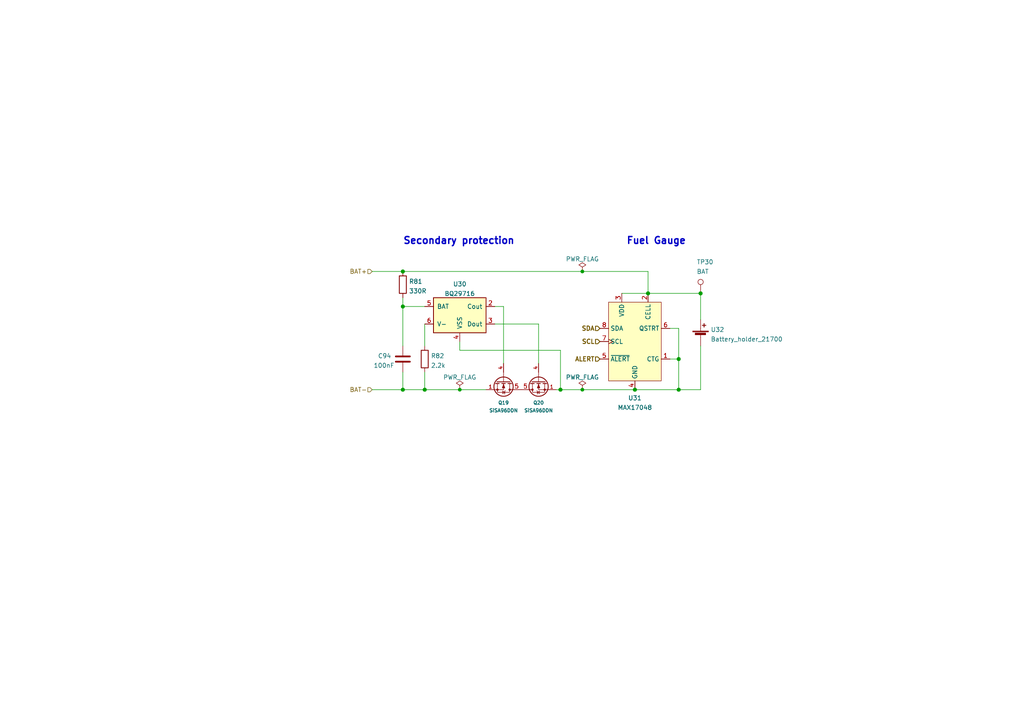
<source format=kicad_sch>
(kicad_sch (version 20210621) (generator eeschema)
  (paper "A4")
  (title_block (title "BUTCube - EPS") (date "2021-06-01") (rev "v1.0") (company "VUT - FIT(STRaDe) & FME(IAE & IPE)") (comment 1 "Author: Petr Malaník"))
  (lib_symbols
    (symbol "Battery_Management:BQ297xy" (pin_names (offset 1.016))
      (property "Reference" "U" (at -6.35 6.35 0))
      (property "Value" "BQ297xy" (at 5.08 -6.35 0))
      (symbol "BQ297xy_0_1"
        (rectangle (start -7.62 5.08) (end 7.62 -5.08) (stroke (width 0.254)) (fill (type background)))
      )
      (symbol "BQ297xy_1_1"
        (pin no_connect line (at 7.62 0 180) (length 2.54) hide (name "NC") (number "1"))
        (pin output line (at 10.16 2.54 180) (length 2.54) (name "Cout") (number "2"))
        (pin output line (at 10.16 -2.54 180) (length 2.54) (name "Dout") (number "3"))
        (pin power_in line (at 0 -7.62 90) (length 2.54) (name "VSS") (number "4"))
        (pin input line (at -10.16 2.54 0) (length 2.54) (name "BAT") (number "5"))
        (pin input line (at -10.16 -2.54 0) (length 2.54) (name "V-") (number "6"))
      )
    )
    (symbol "Connector:TestPoint" (pin_numbers hide) (pin_names (offset 0.762) hide)
      (property "Reference" "TP" (at 0 6.858 0))
      (property "Value" "TestPoint" (at 0 5.08 0))
      (symbol "TestPoint_0_1"
        (circle (center 0 3.302) (radius 0.762))
      )
      (symbol "TestPoint_1_1"
        (pin passive line (at 0 0 90) (length 2.54) (name "1") (number "1"))
      )
    )
    (symbol "Device:Battery_Cell" (pin_numbers hide) (pin_names (offset 0) hide)
      (property "Reference" "BT" (at 2.54 2.54 0))
      (property "Value" "Battery_Cell" (at 2.54 0 0))
      (symbol "Battery_Cell_0_1"
        (rectangle (start -2.286 1.778) (end 2.286 1.524) (fill (type outline)))
        (rectangle (start -1.5748 1.1938) (end 1.4732 0.6858) (fill (type outline)))
        (polyline (pts (xy 0 0.762) (xy 0 0)))
        (polyline (pts (xy 0 1.778) (xy 0 2.54)))
        (polyline (pts (xy 0.508 3.429) (xy 1.524 3.429)) (stroke (width 0.254)))
        (polyline (pts (xy 1.016 3.937) (xy 1.016 2.921)) (stroke (width 0.254)))
      )
      (symbol "Battery_Cell_1_1"
        (pin passive line (at 0 5.08 270) (length 2.54) (name "+") (number "1"))
        (pin passive line (at 0 -2.54 90) (length 2.54) (name "-") (number "2"))
      )
    )
    (symbol "Device:C" (pin_numbers hide) (pin_names (offset 0.254))
      (property "Reference" "C" (at 0.635 2.54 0))
      (property "Value" "C" (at 0.635 -2.54 0))
      (symbol "C_0_1"
        (polyline (pts (xy -2.032 -0.762) (xy 2.032 -0.762)) (stroke (width 0.508)))
        (polyline (pts (xy -2.032 0.762) (xy 2.032 0.762)) (stroke (width 0.508)))
      )
      (symbol "C_1_1"
        (pin passive line (at 0 3.81 270) (length 2.794) (name "~") (number "1"))
        (pin passive line (at 0 -3.81 90) (length 2.794) (name "~") (number "2"))
      )
    )
    (symbol "Device:R" (pin_numbers hide) (pin_names (offset 0))
      (property "Reference" "R" (at 2.032 0 90))
      (property "Value" "R" (at 0 0 90))
      (symbol "R_0_1"
        (rectangle (start -1.016 -2.54) (end 1.016 2.54) (stroke (width 0.254)))
      )
      (symbol "R_1_1"
        (pin passive line (at 0 3.81 270) (length 1.27) (name "~") (number "1"))
        (pin passive line (at 0 -3.81 90) (length 1.27) (name "~") (number "2"))
      )
    )
    (symbol "TCY_battery_management:MAX17048"
      (property "Reference" "U" (at 0 -16.51 0))
      (property "Value" "MAX17048" (at 0 -19.05 0))
      (symbol "MAX17048_0_1"
        (rectangle (start -7.62 11.43) (end 7.62 -11.43) (stroke (width 0.1524)) (fill (type background)))
      )
      (symbol "MAX17048_1_1"
        (pin passive line (at 10.16 -5.08 180) (length 2.54) (name "CTG") (number "1"))
        (pin input line (at 3.81 13.97 270) (length 2.54) (name "CELL") (number "2"))
        (pin input line (at -3.81 13.97 270) (length 2.54) (name "VDD") (number "3"))
        (pin passive line (at 0 -13.97 90) (length 2.54) (name "GND") (number "4"))
        (pin open_collector line (at -10.16 -5.08 0) (length 2.54) (name "~{ALERT}") (number "5"))
        (pin input line (at 10.16 3.81 180) (length 2.54) (name "QSTRT") (number "6"))
        (pin input clock (at -10.16 0 0) (length 2.54) (name "SCL") (number "7"))
        (pin bidirectional line (at -10.16 3.81 0) (length 2.54) (name "SDA") (number "8"))
        (pin passive line (at 0 -13.97 90) (length 2.54) hide (name "EP") (number "9"))
      )
    )
    (symbol "TCY_transistors:SiSA96DDN" (pin_names hide)
      (property "Reference" "Q" (at 7.62 1.27 0))
      (property "Value" "SiSA96DDN" (at 7.62 -1.27 0))
      (symbol "SiSA96DDN_0_1"
        (circle (center 1.651 0) (radius 2.794) (stroke (width 0.254)))
        (circle (center 2.54 -1.778) (radius 0.254) (fill (type outline)))
        (circle (center 2.54 1.778) (radius 0.254) (fill (type outline)))
        (polyline (pts (xy 0.254 0) (xy -2.54 0)))
        (polyline (pts (xy 0.254 1.905) (xy 0.254 -1.905)) (stroke (width 0.254)))
        (polyline (pts (xy 0.762 -1.27) (xy 0.762 -2.286)) (stroke (width 0.254)))
        (polyline (pts (xy 0.762 0.508) (xy 0.762 -0.508)) (stroke (width 0.254)))
        (polyline (pts (xy 0.762 2.286) (xy 0.762 1.27)) (stroke (width 0.254)))
        (polyline (pts (xy 2.54 2.54) (xy 2.54 1.778)))
        (polyline (pts (xy 2.54 2.54) (xy 2.54 1.778)))
        (polyline (pts (xy 2.54 -2.54) (xy 2.54 0) (xy 0.762 0)))
        (polyline (pts (xy 0.762 -1.778) (xy 3.302 -1.778) (xy 3.302 1.778) (xy 0.762 1.778)))
        (polyline (pts (xy 2.794 0.508) (xy 2.921 0.381) (xy 3.683 0.381) (xy 3.81 0.254)))
        (polyline (pts (xy 3.302 0.381) (xy 2.921 -0.254) (xy 3.683 -0.254) (xy 3.302 0.381)))
        (polyline (pts (xy 1.016 0) (xy 2.032 0.381) (xy 2.032 -0.381) (xy 1.016 0)) (fill (type outline)))
      )
      (symbol "SiSA96DDN_1_1"
        (pin passive line (at 2.54 -5.08 90) (length 2.54) (name "S") (number "1"))
        (pin passive line (at 2.54 -5.08 90) (length 2.54) hide (name "S") (number "2"))
        (pin passive line (at 2.54 -5.08 90) (length 2.54) hide (name "S") (number "3"))
        (pin passive line (at -5.08 0 0) (length 2.54) (name "G") (number "4"))
        (pin passive line (at 2.54 5.08 270) (length 2.54) (name "D") (number "5"))
        (pin passive line (at 2.54 5.08 270) (length 2.54) hide (name "D") (number "6"))
        (pin passive line (at 2.54 5.08 270) (length 2.54) hide (name "D") (number "7"))
        (pin passive line (at 2.54 5.08 270) (length 2.54) hide (name "D") (number "8"))
        (pin passive line (at 2.54 5.08 270) (length 2.54) hide (name "D") (number "9"))
      )
    )
    (symbol "power:PWR_FLAG" (power) (pin_numbers hide) (pin_names (offset 0) hide)
      (property "Value" "PWR_FLAG" (at 0 3.81 0))
      (symbol "PWR_FLAG_0_0"
        (pin power_out line (at 0 0 90) (length 0) (name "pwr") (number "1"))
      )
      (symbol "PWR_FLAG_0_1"
        (polyline (pts (xy 0 0) (xy 0 1.27) (xy -1.016 1.905) (xy 0 2.54) (xy 1.016 1.905) (xy 0 1.27)))
      )
    )
  )
  (junction (at 116.84 78.74) (diameter 1.016))
  (junction (at 116.84 88.9) (diameter 1.016))
  (junction (at 116.84 113.03) (diameter 1.016))
  (junction (at 123.19 113.03) (diameter 1.016))
  (junction (at 133.35 113.03) (diameter 0.9144))
  (junction (at 162.56 113.03) (diameter 1.016))
  (junction (at 168.91 78.74) (diameter 0.9144))
  (junction (at 168.91 113.03) (diameter 0.9144))
  (junction (at 184.15 113.03) (diameter 1.016))
  (junction (at 187.96 85.09) (diameter 1.016))
  (junction (at 196.85 104.14) (diameter 1.016))
  (junction (at 196.85 113.03) (diameter 1.016))
  (junction (at 203.2 85.09) (diameter 1.016))
  (wire (pts (xy 107.95 78.74) (xy 116.84 78.74)))
  (wire (pts (xy 107.95 113.03) (xy 116.84 113.03)))
  (wire (pts (xy 116.84 78.74) (xy 168.91 78.74)))
  (wire (pts (xy 116.84 88.9) (xy 116.84 86.36)))
  (wire (pts (xy 116.84 88.9) (xy 116.84 100.33)))
  (wire (pts (xy 116.84 107.95) (xy 116.84 113.03)))
  (wire (pts (xy 116.84 113.03) (xy 123.19 113.03)))
  (wire (pts (xy 123.19 88.9) (xy 116.84 88.9)))
  (wire (pts (xy 123.19 93.98) (xy 123.19 100.33)))
  (wire (pts (xy 123.19 107.95) (xy 123.19 113.03)))
  (wire (pts (xy 123.19 113.03) (xy 133.35 113.03)))
  (wire (pts (xy 133.35 99.06) (xy 133.35 101.6)))
  (wire (pts (xy 133.35 101.6) (xy 162.56 101.6)))
  (wire (pts (xy 133.35 113.03) (xy 140.97 113.03)))
  (wire (pts (xy 146.05 88.9) (xy 143.51 88.9)))
  (wire (pts (xy 146.05 105.41) (xy 146.05 88.9)))
  (wire (pts (xy 156.21 93.98) (xy 143.51 93.98)))
  (wire (pts (xy 156.21 105.41) (xy 156.21 93.98)))
  (wire (pts (xy 161.29 113.03) (xy 162.56 113.03)))
  (wire (pts (xy 162.56 101.6) (xy 162.56 113.03)))
  (wire (pts (xy 162.56 113.03) (xy 168.91 113.03)))
  (wire (pts (xy 168.91 78.74) (xy 187.96 78.74)))
  (wire (pts (xy 168.91 113.03) (xy 184.15 113.03)))
  (wire (pts (xy 180.34 85.09) (xy 187.96 85.09)))
  (wire (pts (xy 184.15 113.03) (xy 196.85 113.03)))
  (wire (pts (xy 187.96 78.74) (xy 187.96 85.09)))
  (wire (pts (xy 194.31 95.25) (xy 196.85 95.25)))
  (wire (pts (xy 194.31 104.14) (xy 196.85 104.14)))
  (wire (pts (xy 196.85 95.25) (xy 196.85 104.14)))
  (wire (pts (xy 196.85 104.14) (xy 196.85 113.03)))
  (wire (pts (xy 196.85 113.03) (xy 203.2 113.03)))
  (wire (pts (xy 203.2 85.09) (xy 187.96 85.09)))
  (wire (pts (xy 203.2 92.71) (xy 203.2 85.09)))
  (wire (pts (xy 203.2 113.03) (xy 203.2 100.33)))
  (text "Secondary protection" (at 116.84 71.12 0) (effects (font (size 2 2) (thickness 0.4) bold) (justify left bottom)))
  (text "Fuel Gauge" (at 181.61 71.12 0) (effects (font (size 2 2) (thickness 0.4) bold) (justify left bottom)))
  (hierarchical_label "BAT+" (shape input) (at 107.95 78.74 180))
  (hierarchical_label "BAT-" (shape input) (at 107.95 113.03 180))
  (hierarchical_label "SDA" (shape input) (at 173.99 95.25 180) (effects (font (thickness 0.254))))
  (hierarchical_label "SCL" (shape input) (at 173.99 99.06 180) (effects (font (thickness 0.254))))
  (hierarchical_label "ALERT" (shape input) (at 173.99 104.14 180) (effects (font (thickness 0.254))))
  (symbol (lib_id "power:PWR_FLAG") (at 133.35 113.03 0)
    (property "Reference" "#FLG0108" (effects hide))
    (property "Value" "PWR_FLAG" (at 133.35 109.4254 0))
  )
  (symbol (lib_id "power:PWR_FLAG") (at 168.91 78.74 0)
    (property "Reference" "#FLG0106" (effects hide))
    (property "Value" "PWR_FLAG" (at 168.91 75.1354 0))
  )
  (symbol (lib_id "power:PWR_FLAG") (at 168.91 113.03 0)
    (property "Reference" "#FLG0105" (effects hide))
    (property "Value" "PWR_FLAG" (at 168.91 109.4254 0))
  )
  (symbol (lib_id "Connector:TestPoint") (at 203.2 85.09 0)
    (property "Reference" "TP30" (at 202.0571 75.99 0) (effects (justify left)))
    (property "Value" "BAT" (at 202.0571 78.7651 0) (effects (justify left)))
    (property "Footprint" "TCY_connectors:TestPoint_Pad_D0.5mm" (effects hide))
  )
  (symbol (lib_id "Device:R") (at 116.84 82.55 0)
    (property "Reference" "R81" (at 118.6181 81.6415 0) (effects (justify left)))
    (property "Value" "330R" (at 118.6181 84.4166 0) (effects (justify left)))
  )
  (symbol (lib_id "Device:R") (at 123.19 104.14 0)
    (property "Reference" "R82" (at 124.9681 103.2315 0) (effects (justify left)))
    (property "Value" "2.2k" (at 124.9681 106.0066 0) (effects (justify left)))
  )
  (symbol (lib_id "Device:C") (at 116.84 104.14 0)
    (property "Reference" "C94" (at 109.6011 103.2315 0) (effects (justify left)))
    (property "Value" "100nF" (at 108.3311 106.0066 0) (effects (justify left)))
  )
  (symbol (lib_id "Device:Battery_Cell") (at 203.2 97.79 0)
    (property "Reference" "U32" (at 206.1211 95.6115 0) (effects (justify left)))
    (property "Value" "Battery_holder_21700" (at 206.1211 98.3866 0) (effects (justify left)))
    (property "Footprint" "TCY_connectors:Keystone_1121" (effects hide))
  )
  (symbol (lib_id "TCY_transistors:SiSA96DDN") (at 146.05 110.49 270)
    (property "Reference" "Q19" (at 146.05 116.8166 90) (effects (font (size 1 1))))
    (property "Value" "SiSA96DDN" (at 146.05 119.0556 90) (effects (font (size 1 1))))
    (property "Footprint" "Package_SO:Vishay_PowerPAK_1212-8_Single" (effects hide))
    (property "Datasheet" "https://www.vishay.com/docs/75285/sisa96dn.pdf" (effects hide))
  )
  (symbol (lib_id "TCY_transistors:SiSA96DDN") (at 156.21 110.49 90) (mirror x)
    (property "Reference" "Q20" (at 156.21 116.8166 90) (effects (font (size 1 1))))
    (property "Value" "SiSA96DDN" (at 156.21 119.0556 90) (effects (font (size 1 1))))
    (property "Footprint" "Package_SO:Vishay_PowerPAK_1212-8_Single" (effects hide))
    (property "Datasheet" "https://www.vishay.com/docs/75285/sisa96dn.pdf" (effects hide))
  )
  (symbol (lib_id "Battery_Management:BQ297xy") (at 133.35 91.44 0)
    (property "Reference" "U30" (at 133.35 82.3934 0))
    (property "Value" "BQ29716" (at 133.35 85.1685 0))
    (property "Footprint" "Package_SON:WSON-6_1.5x1.5mm_P0.5mm" (effects hide))
    (property "Datasheet" "http://www.ti.com/lit/ds/symlink/bq2970.pdf" (effects hide))
  )
  (symbol (lib_id "TCY_battery_management:MAX17048") (at 184.15 99.06 0)
    (property "Reference" "U31" (at 184.15 115.4336 0))
    (property "Value" "MAX17048" (at 184.15 118.2087 0))
    (property "Footprint" "Package_DFN_QFN:DFN-8-1EP_2x2mm_P0.5mm_EP1.05x1.75mm" (effects hide))
    (property "Datasheet" "https://datasheets.maximintegrated.com/en/ds/MAX17048-MAX17049.pdf" (effects hide))
  )
)
</source>
